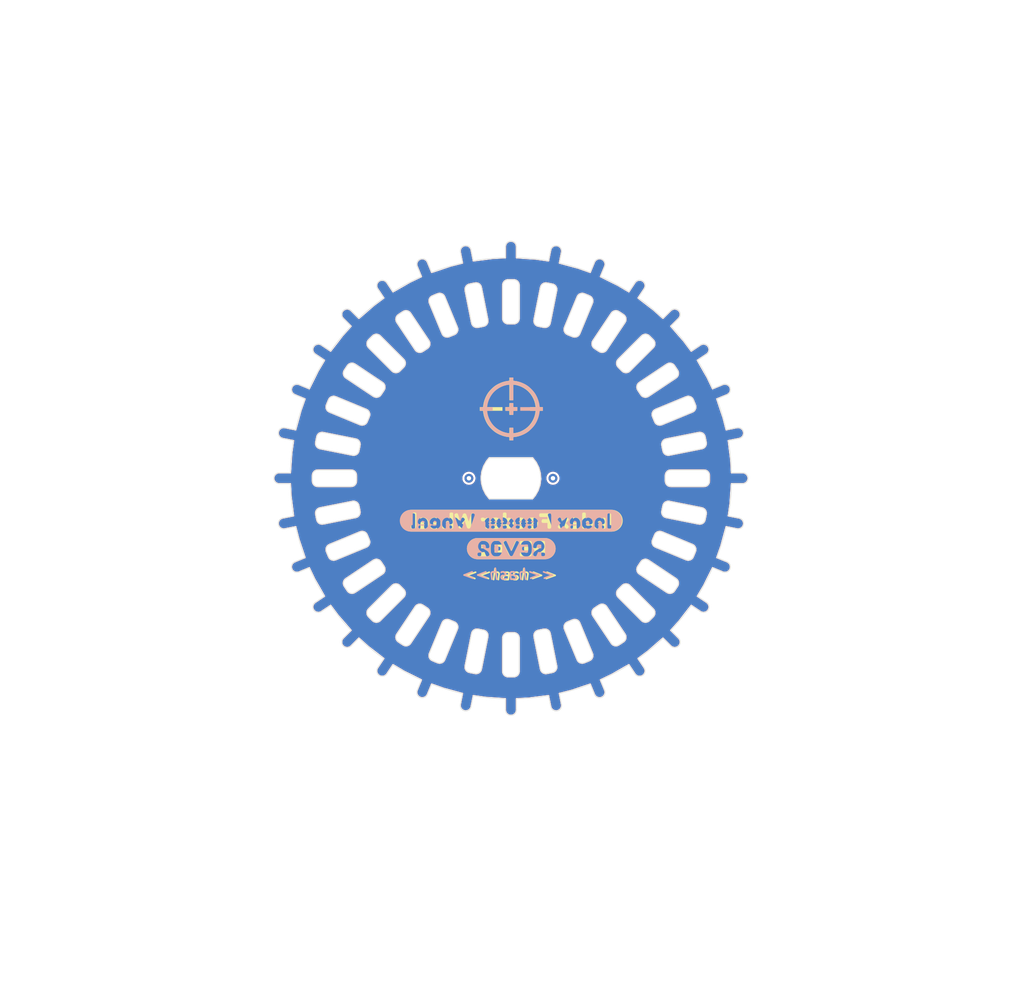
<source format=kicad_pcb>
(kicad_pcb (version 20211014) (generator pcbnew)
  (layers (0 "F.Cu" signal) (31 "B.Cu" signal) (34 "B.Paste" user) (35 "F.Paste" user) (36 "B.SilkS" user "B.Silkscreen") (37 "F.SilkS" user "F.Silkscreen") (38 "B.Mask" user) (39 "F.Mask" user) (44 "Edge.Cuts" user))
  (net 0 "")
  (footprint "index:logo" (layer "F.Cu") (at 153.112858 92.412081)
    (fp_text reference "G***" hide)
    (fp_text value "LOGO" hide)
  )
  (footprint "label" (layer "F.Cu") (at 153.152858 102.552081)
    (fp_text reference "svg2mod" hide)
    (fp_text value "G***" hide)
  )
  (footprint "label" (layer "F.Cu") (at 153.122858 105.082081)
    (fp_text reference "svg2mod" hide)
    (fp_text value "G***" hide)
  )
  (footprint "index:logo" (layer "B.Cu") (at 153.152858 92.412081 180)
    (fp_text reference "G***" hide)
    (fp_text value "LOGO" hide)
  )
  (footprint "label" (layer "B.Cu") (at 153.092858 102.552081 180)
    (fp_text reference "svg2mod" hide)
    (fp_text value "G***" hide)
  )
  (footprint "label" (layer "B.Cu") (at 153.122858 105.082081 180)
    (fp_text reference "svg2mod" hide)
    (fp_text value "G***" hide)
  )
  (gr_arc (start 150.413858 116.012081) (mid 150.201751 116.330153) (end 149.826858 116.405081) (layer "Edge.Cuts") (width 0.05))
  (gr_arc (start 170.592858 97.952081) (mid 170.946411 98.098528) (end 171.092858 98.452081) (layer "Edge.Cuts") (width 0.05))
  (gr_line (start 159.749858 81.976081) (end 160.211858 82.168081) (layer "Edge.Cuts") (width 0.05))
  (gr_line (start 143.369858 109.485081) (end 141.248858 111.607081) (layer "Edge.Cuts") (width 0.05))
  (gr_arc (start 146.850855 111.812089) (mid 147.121228 111.541342) (end 147.503858 111.541081) (layer "Edge.Cuts") (width 0.05))
  (gr_line (start 145.903858 80.039081) (end 145.518858 79.109081) (layer "Edge.Cuts") (width 0.05))
  (gr_arc (start 160.482858 114.583081) (mid 160.482599 114.965707) (end 160.211858 115.236081) (layer "Edge.Cuts") (width 0.05))
  (gr_line (start 139.312858 101.188081) (end 139.410858 101.678081) (layer "Edge.Cuts") (width 0.05))
  (gr_arc (start 170.796858 95.436081) (mid 170.721637 95.811681) (end 170.402858 96.024081) (layer "Edge.Cuts") (width 0.05))
  (gr_line (start 138.125858 107.801081) (end 140.619858 106.134081) (layer "Edge.Cuts") (width 0.05))
  (gr_arc (start 144.979867 116.982558) (mid 143.665134 116.340519) (end 142.400858 115.604081) (layer "Edge.Cuts") (width 0.05))
  (gr_arc (start 162.814864 109.485087) (mid 162.668934 109.131378) (end 162.815858 108.778081) (layer "Edge.Cuts") (width 0.05))
  (gr_line (start 136.746858 87.178081) (end 135.909858 86.619081) (layer "Edge.Cuts") (width 0.05))
  (gr_line (start 133.580858 94.311081) (end 132.593858 94.115081) (layer "Edge.Cuts") (width 0.05))
  (gr_line (start 162.884858 83.597081) (end 163.300858 83.874081) (layer "Edge.Cuts") (width 0.05))
  (gr_line (start 155.770858 116.012081) (end 155.185858 113.070081) (layer "Edge.Cuts") (width 0.05))
  (gr_arc (start 140.187858 111.254081) (mid 140.041226 110.900081) (end 140.187858 110.546081) (layer "Edge.Cuts") (width 0.05))
  (gr_line (start 172.604858 103.093081) (end 173.591858 103.289081) (layer "Edge.Cuts") (width 0.05))
  (gr_line (start 160.482858 82.821081) (end 159.334858 85.593081) (layer "Edge.Cuts") (width 0.05))
  (gr_arc (start 167.583652 84.917627) (mid 168.552624 86.013901) (end 169.438858 87.178081) (layer "Edge.Cuts") (width 0.05))
  (gr_line (start 166.201858 92.460081) (end 168.973858 91.312081) (layer "Edge.Cuts") (width 0.05))
  (gr_line (start 138.601858 84.918081) (end 137.889858 84.206081) (layer "Edge.Cuts") (width 0.05))
  (gr_line (start 172.799858 102.112081) (end 173.786858 102.309081) (layer "Edge.Cuts") (width 0.05))
  (gr_line (start 152.342858 116.202081) (end 152.342858 113.202081) (layer "Edge.Cuts") (width 0.05))
  (gr_arc (start 155.18686 113.07009) (mid 155.261077 112.694899) (end 155.578858 112.482081) (layer "Edge.Cuts") (width 0.05))
  (gr_arc (start 156.503119 118.409444) (mid 155.053234 118.606024) (end 153.592858 118.696081) (layer "Edge.Cuts") (width 0.05))
  (gr_line (start 165.565858 106.134081) (end 168.059858 107.801081) (layer "Edge.Cuts") (width 0.05))
  (gr_arc (start 138.724849 100.796083) (mid 139.10004 100.8703) (end 139.312858 101.188081) (layer "Edge.Cuts") (width 0.05))
  (gr_arc (start 143.370852 87.919075) (mid 143.516782 88.272784) (end 143.369858 88.626081) (layer "Edge.Cuts") (width 0.05))
  (gr_line (start 142.400858 115.604081) (end 141.841858 116.441081) (layer "Edge.Cuts") (width 0.05))
  (gr_line (start 164.732858 90.023081) (end 167.226858 88.356081) (layer "Edge.Cuts") (width 0.05))
  (gr_line (start 140.253858 93.113081) (end 140.062858 93.575081) (layer "Edge.Cuts") (width 0.05))
  (gr_arc (start 153.342858 112.702081) (mid 153.696411 112.848528) (end 153.842858 113.202081) (layer "Edge.Cuts") (width 0.05))
  (gr_arc (start 171.092858 98.952081) (mid 170.946411 99.305634) (end 170.592858 99.452081) (layer "Edge.Cuts") (width 0.05))
  (gr_arc (start 166.775866 93.846078) (mid 166.393236 93.845824) (end 166.122858 93.575081) (layer "Edge.Cuts") (width 0.05))
  (gr_arc (start 163.875864 88.980075) (mid 163.522155 89.126005) (end 163.168858 88.979081) (layer "Edge.Cuts") (width 0.05))
  (gr_line (start 138.592858 99.452081) (end 135.592858 99.452081) (layer "Edge.Cuts") (width 0.05))
  (gr_line (start 163.784858 81.800081) (end 164.343858 80.963081) (layer "Edge.Cuts") (width 0.05))
  (gr_arc (start 137.890858 84.207081) (mid 137.889858 83.500081) (end 138.596858 83.499081) (layer "Edge.Cuts") (width 0.05))
  (gr_arc (start 162.192858 83.735081) (mid 162.510277 83.522763) (end 162.884858 83.597081) (layer "Edge.Cuts") (width 0.05))
  (gr_line (start 153.592858 118.696081) (end 153.592858 119.702081) (layer "Edge.Cuts") (width 0.05))
  (gr_arc (start 144.413853 110.341088) (mid 144.73198 110.129057) (end 145.106858 110.204081) (layer "Edge.Cuts") (width 0.05))
  (gr_arc (start 139.40985 103.558084) (mid 139.79248 103.558338) (end 140.062858 103.829081) (layer "Edge.Cuts") (width 0.05))
  (gr_line (start 156.656858 112.777081) (end 157.242858 115.719081) (layer "Edge.Cuts") (width 0.05))
  (gr_line (start 171.372858 90.589081) (end 172.302858 90.204081) (layer "Edge.Cuts") (width 0.05))
  (gr_line (start 156.849858 116.307081) (end 156.358858 116.405081) (layer "Edge.Cuts") (width 0.05))
  (gr_line (start 162.815858 87.919081) (end 164.936858 85.797081) (layer "Edge.Cuts") (width 0.05))
  (gr_arc (start 164.343858 80.963081) (mid 165.037858 80.825081) (end 165.175858 81.519081) (layer "Edge.Cuts") (width 0.05))
  (gr_line (start 166.775858 103.558081) (end 169.547858 104.706081) (layer "Edge.Cuts") (width 0.05))
  (gr_line (start 170.402858 96.024081) (end 167.460858 96.609081) (layer "Edge.Cuts") (width 0.05))
  (gr_arc (start 140.062858 93.575081) (mid 139.792484 93.845822) (end 139.409858 93.846081) (layer "Edge.Cuts") (width 0.05))
  (gr_arc (start 152.593063 118.695684) (mid 151.132715 118.605643) (end 149.682858 118.409081) (layer "Edge.Cuts") (width 0.05))
  (gr_line (start 165.931858 104.291081) (end 166.122858 103.829081) (layer "Edge.Cuts") (width 0.05))
  (gr_line (start 167.460858 100.795081) (end 170.402858 101.380081) (layer "Edge.Cuts") (width 0.05))
  (gr_line (start 149.335858 81.097081) (end 149.826858 80.999081) (layer "Edge.Cuts") (width 0.05))
  (gr_arc (start 132.594858 103.289081) (mid 132.006858 102.897081) (end 132.398858 102.309081) (layer "Edge.Cuts") (width 0.05))
  (gr_line (start 138.724858 96.609081) (end 135.782858 96.024081) (layer "Edge.Cuts") (width 0.05))
  (gr_line (start 135.487858 102.459081) (end 135.389858 101.968081) (layer "Edge.Cuts") (width 0.05))
  (gr_line (start 164.616858 115.048081) (end 165.175858 115.885081) (layer "Edge.Cuts") (width 0.05))
  (gr_line (start 164.616858 82.356081) (end 165.175858 81.519081) (layer "Edge.Cuts") (width 0.05))
  (gr_line (start 147.965858 85.672081) (end 147.503858 85.863081) (layer "Edge.Cuts") (width 0.05))
  (gr_arc (start 150.606858 112.481081) (mid 150.925344 112.694188) (end 150.999858 113.070081) (layer "Edge.Cuts") (width 0.05))
  (gr_line (start 141.568858 82.356081) (end 141.009858 81.519081) (layer "Edge.Cuts") (width 0.05))
  (gr_arc (start 170.402858 101.381081) (mid 170.72093 101.593188) (end 170.795858 101.968081) (layer "Edge.Cuts") (width 0.05))
  (gr_line (start 138.958858 88.356081) (end 141.452858 90.023081) (layer "Edge.Cuts") (width 0.05))
  (gr_arc (start 169.818858 92.045081) (mid 169.818599 92.427707) (end 169.547858 92.698081) (layer "Edge.Cuts") (width 0.05))
  (gr_line (start 152.592858 78.708081) (end 152.592858 77.702081) (layer "Edge.Cuts") (width 0.05))
  (gr_arc (start 168.294858 113.197081) (mid 168.295858 113.904081) (end 167.588858 113.905081) (layer "Edge.Cuts") (width 0.05))
  (gr_line (start 169.438858 110.226081) (end 170.275858 110.785081) (layer "Edge.Cuts") (width 0.05))
  (gr_line (start 160.211858 115.236081) (end 159.749858 115.428081) (layer "Edge.Cuts") (width 0.05))
  (gr_arc (start 136.74672 87.178561) (mid 137.632919 86.014369) (end 138.601858 84.918081) (layer "Edge.Cuts") (width 0.05))
  (gr_arc (start 161.079858 110.204081) (mid 161.454439 110.129763) (end 161.771858 110.342081) (layer "Edge.Cuts") (width 0.05))
  (gr_line (start 139.308858 84.211081) (end 138.596858 83.499081) (layer "Edge.Cuts") (width 0.05))
  (gr_arc (start 163.169858 108.425081) (mid 163.522858 108.278864) (end 163.875858 108.425081) (layer "Edge.Cuts") (width 0.05))
  (gr_line (start 171.755858 91.513081) (end 172.685858 91.128081) (layer "Edge.Cuts") (width 0.05))
  (gr_line (start 155.185858 84.334081) (end 155.770858 81.392081) (layer "Edge.Cuts") (width 0.05))
  (gr_arc (start 147.088858 115.157081) (mid 146.818484 115.427822) (end 146.435858 115.428081) (layer "Edge.Cuts") (width 0.05))
  (gr_arc (start 149.826858 80.998081) (mid 150.202458 81.073302) (end 150.414858 81.392081) (layer "Edge.Cuts") (width 0.05))
  (gr_line (start 167.167858 95.138081) (end 170.109858 94.552081) (layer "Edge.Cuts") (width 0.05))
  (gr_arc (start 164.731865 107.381086) (mid 164.519834 107.062959) (end 164.594858 106.688081) (layer "Edge.Cuts") (width 0.05))
  (gr_line (start 163.168858 88.979081) (end 162.815858 88.626081) (layer "Edge.Cuts") (width 0.05))
  (gr_arc (start 149.682597 78.994718) (mid 151.132482 78.798138) (end 152.592858 78.708081) (layer "Edge.Cuts") (width 0.05))
  (gr_arc (start 132.092858 99.202081) (mid 131.592858 98.702081) (end 132.092858 98.202081) (layer "Edge.Cuts") (width 0.05))
  (gr_arc (start 163.784798 115.603607) (mid 162.520556 116.340042) (end 161.205858 116.982081) (layer "Edge.Cuts") (width 0.05))
  (gr_line (start 144.979858 116.982081) (end 144.594858 117.912081) (layer "Edge.Cuts") (width 0.05))
  (gr_arc (start 135.388858 101.968081) (mid 135.464079 101.592481) (end 135.782858 101.380081) (layer "Edge.Cuts") (width 0.05))
  (gr_arc (start 148.505858 78.204081) (mid 148.897858 77.616081) (end 149.485858 78.008081) (layer "Edge.Cuts") (width 0.05))
  (gr_line (start 171.372858 106.815081) (end 172.302858 107.200081) (layer "Edge.Cuts") (width 0.05))
  (gr_arc (start 166.877312 113.192875) (mid 165.781038 114.161847) (end 164.616858 115.048081) (layer "Edge.Cuts") (width 0.05))
  (gr_arc (start 133.883858 107.200081) (mid 133.229858 106.930081) (end 133.499858 106.276081) (layer "Edge.Cuts") (width 0.05))
  (gr_arc (start 166.871858 101.188081) (mid 167.084965 100.869595) (end 167.460858 100.795081) (layer "Edge.Cuts") (width 0.05))
  (gr_line (start 169.818858 105.359081) (end 169.626858 105.821081) (layer "Edge.Cuts") (width 0.05))
  (gr_arc (start 148.943858 81.685081) (mid 149.018079 81.309895) (end 149.335858 81.097081) (layer "Edge.Cuts") (width 0.05))
  (gr_line (start 159.334858 111.811081) (end 160.482858 114.583081) (layer "Edge.Cuts") (width 0.05))
  (gr_arc (start 162.815858 88.625081) (mid 162.669641 88.272081) (end 162.815858 87.919081) (layer "Edge.Cuts") (width 0.05))
  (gr_line (start 166.774858 101.678081) (end 166.872858 101.188081) (layer "Edge.Cuts") (width 0.05))
  (gr_arc (start 145.660853 86.229074) (mid 145.735591 86.604657) (end 145.522858 86.923081) (layer "Edge.Cuts") (width 0.05))
  (gr_arc (start 170.831858 109.953081) (mid 170.969858 110.647081) (end 170.275858 110.785081) (layer "Edge.Cuts") (width 0.05))
  (gr_arc (start 139.98285 92.460078) (mid 140.253597 92.730451) (end 140.253858 93.113081) (layer "Edge.Cuts") (width 0.05))
  (gr_line (start 135.389858 95.436081) (end 135.487858 94.945081) (layer "Edge.Cuts") (width 0.05))
  (gr_line (start 167.592858 97.952081) (end 170.592858 97.952081) (layer "Edge.Cuts") (width 0.05))
  (gr_line (start 134.812858 106.815081) (end 133.882858 107.200081) (layer "Edge.Cuts") (width 0.05))
  (gr_arc (start 166.122858 103.829081) (mid 166.393232 103.55834) (end 166.775858 103.558081) (layer "Edge.Cuts") (width 0.05))
  (gr_arc (start 161.205849 80.421604) (mid 162.520582 81.063643) (end 163.784858 81.800081) (layer "Edge.Cuts") (width 0.05))
  (gr_arc (start 153.342858 80.702081) (mid 153.696411 80.848528) (end 153.842858 81.202081) (layer "Edge.Cuts") (width 0.05))
  (gr_line (start 170.109858 102.852081) (end 167.167858 102.266081) (layer "Edge.Cuts") (width 0.05))
  (gr_line (start 146.850858 85.593081) (end 145.702858 82.821081) (layer "Edge.Cuts") (width 0.05))
  (gr_arc (start 135.353858 87.451081) (mid 135.215858 86.757081) (end 135.909858 86.619081) (layer "Edge.Cuts") (width 0.05))
  (gr_line (start 137.211858 91.312081) (end 139.983858 92.460081) (layer "Edge.Cuts") (width 0.05))
  (gr_arc (start 152.842858 84.702081) (mid 152.489305 84.555634) (end 152.342858 84.202081) (layer "Edge.Cuts") (width 0.05))
  (gr_arc (start 134.812381 90.58909) (mid 135.45442 89.274357) (end 136.190858 88.010081) (layer "Edge.Cuts") (width 0.05))
  (gr_arc (start 153.842858 116.202081) (mid 153.696411 116.555634) (end 153.342858 116.702081) (layer "Edge.Cuts") (width 0.05))
  (gr_arc (start 167.226858 88.356081) (mid 167.602439 88.281349) (end 167.920858 88.494081) (layer "Edge.Cuts") (width 0.05))
  (gr_line (start 139.983858 104.944081) (end 137.211858 106.092081) (layer "Edge.Cuts") (width 0.05))
  (gr_arc (start 165.644858 111.607081) (mid 165.290858 111.753713) (end 164.936858 111.607081) (layer "Edge.Cuts") (width 0.05))
  (gr_arc (start 159.749858 115.428081) (mid 159.367232 115.427822) (end 159.096858 115.157081) (layer "Edge.Cuts") (width 0.05))
  (gr_arc (start 133.099255 98.202286) (mid 133.189296 96.741938) (end 133.385858 95.292081) (layer "Edge.Cuts") (width 0.05))
  (gr_arc (start 158.219858 85.672081) (mid 157.949117 85.401707) (end 157.948858 85.019081) (layer "Edge.Cuts") (width 0.05))
  (gr_arc (start 164.616378 82.355943) (mid 165.78057 83.242142) (end 166.876858 84.211081) (layer "Edge.Cuts") (width 0.05))
  (gr_line (start 136.637858 104.706081) (end 139.409858 103.558081) (layer "Edge.Cuts") (width 0.05))
  (gr_line (start 152.842858 80.702081) (end 153.342858 80.702081) (layer "Edge.Cuts") (width 0.05))
  (gr_arc (start 137.986858 108.494081) (mid 137.912833 108.118793) (end 138.125858 107.801081) (layer "Edge.Cuts") (width 0.05))
  (gr_arc (start 155.578858 84.923081) (mid 155.260372 84.709974) (end 155.185858 84.334081) (layer "Edge.Cuts") (width 0.05))
  (gr_arc (start 172.301858 90.204081) (mid 172.955858 90.474081) (end 172.685858 91.128081) (layer "Edge.Cuts") (width 0.05))
  (gr_arc (start 167.460867 96.608079) (mid 167.085676 96.533862) (end 166.872858 96.216081) (layer "Edge.Cuts") (width 0.05))
  (gr_arc (start 153.592653 78.708478) (mid 155.053001 78.798519) (end 156.502858 78.995081) (layer "Edge.Cuts") (width 0.05))
  (gr_arc (start 156.65786 84.627072) (mid 156.444755 84.945565) (end 156.068858 85.020081) (layer "Edge.Cuts") (width 0.05))
  (gr_line (start 162.815858 108.778081) (end 163.168858 108.425081) (layer "Edge.Cuts") (width 0.05))
  (gr_arc (start 172.800221 95.29182) (mid 172.996801 96.741705) (end 173.086858 98.202081) (layer "Edge.Cuts") (width 0.05))
  (gr_arc (start 140.540858 85.797081) (mid 140.894858 85.650449) (end 141.248858 85.797081) (layer "Edge.Cuts") (width 0.05))
  (gr_arc (start 156.699858 78.009081) (mid 157.286858 77.616081) (end 157.679858 78.203081) (layer "Edge.Cuts") (width 0.05))
  (gr_arc (start 134.429744 105.891462) (mid 133.954087 104.507807) (end 133.580858 103.093081) (layer "Edge.Cuts") (width 0.05))
  (gr_arc (start 168.973858 91.312081) (mid 169.356484 91.31234) (end 169.626858 91.583081) (layer "Edge.Cuts") (width 0.05))
  (gr_line (start 168.059858 89.603081) (end 165.565858 91.270081) (layer "Edge.Cuts") (width 0.05))
  (gr_arc (start 145.518858 118.294081) (mid 144.865858 118.565081) (end 144.594858 117.912081) (layer "Edge.Cuts") (width 0.05))
  (gr_line (start 169.994858 88.010081) (end 170.831858 87.451081) (layer "Edge.Cuts") (width 0.05))
  (gr_line (start 157.483858 79.190081) (end 157.679858 78.203081) (layer "Edge.Cuts") (width 0.05))
  (gr_line (start 142.884858 83.874081) (end 143.300858 83.597081) (layer "Edge.Cuts") (width 0.05))
  (gr_line (start 171.755858 105.891081) (end 172.685858 106.276081) (layer "Edge.Cuts") (width 0.05))
  (gr_arc (start 151.126226 100.552472) (mid 150.392564 98.702349) (end 151.125858 96.852081) (layer "Edge.Cuts") (width 0.05))
  (gr_arc (start 137.211858 106.092081) (mid 136.829232 106.091822) (end 136.558858 105.821081) (layer "Edge.Cuts") (width 0.05))
  (gr_arc (start 147.965858 111.732081) (mid 148.236599 112.002455) (end 148.236858 112.385081) (layer "Edge.Cuts") (width 0.05))
  (gr_line (start 134.812858 90.589081) (end 133.882858 90.204081) (layer "Edge.Cuts") (width 0.05))
  (gr_arc (start 145.105858 87.200081) (mid 144.731277 87.274399) (end 144.413858 87.062081) (layer "Edge.Cuts") (width 0.05))
  (gr_arc (start 160.282239 117.365195) (mid 158.898584 117.840852) (end 157.483858 118.214081) (layer "Edge.Cuts") (width 0.05))
  (gr_arc (start 139.409858 101.678081) (mid 139.335637 102.053267) (end 139.017858 102.266081) (layer "Edge.Cuts") (width 0.05))
  (gr_line (start 148.942858 115.719081) (end 149.528858 112.777081) (layer "Edge.Cuts") (width 0.05))
  (gr_line (start 168.197858 108.494081) (end 167.920858 108.910081) (layer "Edge.Cuts") (width 0.05))
  (gr_line (start 133.385858 102.112081) (end 132.398858 102.309081) (layer "Edge.Cuts") (width 0.05))
  (gr_arc (start 167.167867 102.267083) (mid 166.849374 102.053978) (end 166.774858 101.678081) (layer "Edge.Cuts") (width 0.05))
  (gr_line (start 136.190858 109.394081) (end 135.353858 109.953081) (layer "Edge.Cuts") (width 0.05))
  (gr_arc (start 143.992858 113.669081) (mid 143.675439 113.881399) (end 143.300858 113.807081) (layer "Edge.Cuts") (width 0.05))
  (gr_line (start 163.875858 108.425081) (end 165.997858 110.546081) (layer "Edge.Cuts") (width 0.05))
  (gr_line (start 149.528858 84.627081) (end 148.942858 81.685081) (layer "Edge.Cuts") (width 0.05))
  (gr_line (start 163.300858 113.530081) (end 162.884858 113.807081) (layer "Edge.Cuts") (width 0.05))
  (gr_arc (start 167.592867 99.452081) (mid 167.239308 99.305638) (end 167.092858 98.952081) (layer "Edge.Cuts") (width 0.05))
  (gr_line (start 149.682858 78.995081) (end 149.485858 78.008081) (layer "Edge.Cuts") (width 0.05))
  (gr_arc (start 133.500858 91.128081) (mid 133.229858 90.475081) (end 133.882858 90.204081) (layer "Edge.Cuts") (width 0.05))
  (gr_line (start 141.568858 115.048081) (end 141.009858 115.885081) (layer "Edge.Cuts") (width 0.05))
  (gr_arc (start 164.936858 85.798081) (mid 165.290151 85.651157) (end 165.643858 85.797081) (layer "Edge.Cuts") (width 0.05))
  (gr_arc (start 138.592849 97.952081) (mid 138.946408 98.098524) (end 139.092858 98.452081) (layer "Edge.Cuts") (width 0.05))
  (gr_line (start 171.092858 98.452081) (end 171.092858 98.952081) (layer "Edge.Cuts") (width 0.05))
  (gr_line (start 158.681858 85.863081) (end 158.219858 85.672081) (layer "Edge.Cuts") (width 0.05))
  (gr_line (start 151.125858 100.552081) (end 155.059858 100.552081) (layer "Edge.Cuts") (width 0.05))
  (gr_line (start 167.092858 98.952081) (end 167.092858 98.452081) (layer "Edge.Cuts") (width 0.05))
  (gr_line (start 142.309858 88.979081) (end 140.187858 86.858081) (layer "Edge.Cuts") (width 0.05))
  (gr_arc (start 169.438996 110.225601) (mid 168.552797 111.389793) (end 167.583858 112.486081) (layer "Edge.Cuts") (width 0.05))
  (gr_line (start 145.702858 114.583081) (end 146.850858 111.811081) (layer "Edge.Cuts") (width 0.05))
  (gr_line (start 169.438858 87.178081) (end 170.275858 86.619081) (layer "Edge.Cuts") (width 0.05))
  (gr_line (start 160.662858 110.481081) (end 161.078858 110.204081) (layer "Edge.Cuts") (width 0.05))
  (gr_arc (start 152.592858 77.702081) (mid 153.092858 77.202081) (end 153.592858 77.702081) (layer "Edge.Cuts") (width 0.05))
  (gr_line (start 151.125858 96.852081) (end 155.059858 96.852081) (layer "Edge.Cuts") (width 0.05))
  (gr_arc (start 141.590858 106.689081) (mid 141.665176 107.063662) (end 141.452858 107.381081) (layer "Edge.Cuts") (width 0.05))
  (gr_arc (start 148.236855 85.019073) (mid 148.236601 85.401703) (end 147.965858 85.672081) (layer "Edge.Cuts") (width 0.05))
  (gr_arc (start 167.587858 83.500081) (mid 168.294858 83.499081) (end 168.295858 84.206081) (layer "Edge.Cuts") (width 0.05))
  (gr_line (start 169.994858 109.394081) (end 170.831858 109.953081) (layer "Edge.Cuts") (width 0.05))
  (gr_arc (start 152.842858 116.702081) (mid 152.489305 116.555634) (end 152.342858 116.202081) (layer "Edge.Cuts") (width 0.05))
  (gr_line (start 141.313858 106.272081) (end 141.590858 106.688081) (layer "Edge.Cuts") (width 0.05))
  (gr_arc (start 166.775858 95.726081) (mid 166.850079 95.350895) (end 167.167858 95.138081) (layer "Edge.Cuts") (width 0.05))
  (gr_line (start 153.842858 113.202081) (end 153.842858 116.202081) (layer "Edge.Cuts") (width 0.05))
  (gr_line (start 140.187858 86.151081) (end 140.541858 85.797081) (layer "Edge.Cuts") (width 0.05))
  (gr_line (start 140.541858 111.607081) (end 140.187858 111.253081) (layer "Edge.Cuts") (width 0.05))
  (gr_arc (start 157.483498 79.190249) (mid 158.898213 79.563451) (end 160.281858 80.039081) (layer "Edge.Cuts") (width 0.05))
  (gr_line (start 143.369858 88.626081) (end 143.016858 88.979081) (layer "Edge.Cuts") (width 0.05))
  (gr_arc (start 150.116858 85.019081) (mid 149.741672 84.94486) (end 149.528858 84.627081) (layer "Edge.Cuts") (width 0.05))
  (gr_arc (start 141.569338 115.048219) (mid 140.405146 114.16202) (end 139.308858 113.193081) (layer "Edge.Cuts") (width 0.05))
  (gr_arc (start 140.619851 106.134086) (mid 140.995434 106.059348) (end 141.313858 106.272081) (layer "Edge.Cuts") (width 0.05))
  (gr_line (start 170.795858 101.968081) (end 170.697858 102.459081) (layer "Edge.Cuts") (width 0.05))
  (gr_line (start 143.300858 113.807081) (end 142.884858 113.530081) (layer "Edge.Cuts") (width 0.05))
  (gr_arc (start 152.342858 81.202081) (mid 152.489305 80.848528) (end 152.842858 80.702081) (layer "Edge.Cuts") (width 0.05))
  (gr_line (start 173.086858 98.202081) (end 174.092858 98.202081) (layer "Edge.Cuts") (width 0.05))
  (gr_line (start 145.973858 82.168081) (end 146.435858 81.976081) (layer "Edge.Cuts") (width 0.05))
  (gr_arc (start 138.602064 112.486535) (mid 137.633092 111.390261) (end 136.746858 110.226081) (layer "Edge.Cuts") (width 0.05))
  (gr_line (start 160.281858 117.365081) (end 160.666858 118.295081) (layer "Edge.Cuts") (width 0.05))
  (gr_line (start 162.191858 113.669081) (end 160.524858 111.175081) (layer "Edge.Cuts") (width 0.05))
  (gr_arc (start 165.996858 110.546081) (mid 166.143782 110.899374) (end 165.997858 111.253081) (layer "Edge.Cuts") (width 0.05))
  (gr_line (start 161.205858 80.422081) (end 161.590858 79.492081) (layer "Edge.Cuts") (width 0.05))
  (gr_arc (start 136.637858 92.698081) (mid 136.367117 92.427707) (end 136.366858 92.045081) (layer "Edge.Cuts") (width 0.05))
  (gr_arc (start 141.248858 111.606081) (mid 140.895565 111.753005) (end 140.541858 111.607081) (layer "Edge.Cuts") (width 0.05))
  (gr_arc (start 160.524863 111.175088) (mid 160.450125 110.799505) (end 160.662858 110.481081) (layer "Edge.Cuts") (width 0.05))
  (gr_arc (start 136.558858 91.583081) (mid 136.829232 91.31234) (end 137.211858 91.312081) (layer "Edge.Cuts") (width 0.05))
  (gr_arc (start 165.175858 115.885081) (mid 165.037858 116.579081) (end 164.343858 116.441081) (layer "Edge.Cuts") (width 0.05))
  (gr_line (start 165.997858 111.253081) (end 165.643858 111.607081) (layer "Edge.Cuts") (width 0.05))
  (gr_line (start 139.308858 113.193081) (end 138.596858 113.905081) (layer "Edge.Cuts") (width 0.05))
  (gr_line (start 138.601858 112.486081) (end 137.889858 113.198081) (layer "Edge.Cuts") (width 0.05))
  (gr_arc (start 164.871858 106.272081) (mid 165.190277 106.059349) (end 165.565858 106.134081) (layer "Edge.Cuts") (width 0.05))
  (gr_line (start 136.746858 110.226081) (end 135.909858 110.785081) (layer "Edge.Cuts") (width 0.05))
  (gr_arc (start 153.592858 119.702081) (mid 153.092858 120.202081) (end 152.592858 119.702081) (layer "Edge.Cuts") (width 0.05))
  (gr_arc (start 152.342858 113.20209) (mid 152.489301 112.848531) (end 152.842858 112.702081) (layer "Edge.Cuts") (width 0.05))
  (gr_arc (start 160.662858 86.923081) (mid 160.450126 86.604662) (end 160.524858 86.229081) (layer "Edge.Cuts") (width 0.05))
  (gr_line (start 157.483858 118.214081) (end 157.679858 119.201081) (layer "Edge.Cuts") (width 0.05))
  (gr_arc (start 161.771863 87.063074) (mid 161.453736 87.275105) (end 161.078858 87.200081) (layer "Edge.Cuts") (width 0.05))
  (gr_arc (start 135.592858 99.452081) (mid 135.239305 99.305634) (end 135.092858 98.952081) (layer "Edge.Cuts") (width 0.05))
  (gr_line (start 170.697858 94.945081) (end 170.795858 95.436081) (layer "Edge.Cuts") (width 0.05))
  (gr_line (start 136.190858 88.010081) (end 135.353858 87.451081) (layer "Edge.Cuts") (width 0.05))
  (gr_line (start 167.226858 109.048081) (end 164.732858 107.381081) (layer "Edge.Cuts") (width 0.05))
  (gr_line (start 156.502858 78.995081) (end 156.699858 78.008081) (layer "Edge.Cuts") (width 0.05))
  (gr_line (start 169.547858 92.698081) (end 166.775858 93.846081) (layer "Edge.Cuts") (width 0.05))
  (gr_line (start 136.558858 105.821081) (end 136.366858 105.359081) (layer "Edge.Cuts") (width 0.05))
  (gr_line (start 150.414858 81.392081) (end 150.999858 84.334081) (layer "Edge.Cuts") (width 0.05))
  (gr_line (start 133.098858 99.202081) (end 132.092858 99.202081) (layer "Edge.Cuts") (width 0.05))
  (gr_line (start 143.016858 108.425081) (end 143.369858 108.778081) (layer "Edge.Cuts") (width 0.05))
  (gr_line (start 139.410858 95.726081) (end 139.312858 96.216081) (layer "Edge.Cuts") (width 0.05))
  (gr_arc (start 170.698858 102.459081) (mid 170.485751 102.777567) (end 170.109858 102.852081) (layer "Edge.Cuts") (width 0.05))
  (gr_arc (start 136.075858 102.851081) (mid 135.700672 102.77686) (end 135.487858 102.459081) (layer "Edge.Cuts") (width 0.05))
  (gr_line (start 166.876858 113.193081) (end 167.588858 113.905081) (layer "Edge.Cuts") (width 0.05))
  (gr_arc (start 164.594858 90.715081) (mid 164.52054 90.3405) (end 164.732858 90.023081) (layer "Edge.Cuts") (width 0.05))
  (gr_line (start 144.979858 80.422081) (end 144.594858 79.492081) (layer "Edge.Cuts") (width 0.05))
  (gr_line (start 147.503858 111.541081) (end 147.965858 111.732081) (layer "Edge.Cuts") (width 0.05))
  (gr_line (start 136.366858 92.045081) (end 136.558858 91.583081) (layer "Edge.Cuts") (width 0.05))
  (gr_line (start 141.452858 107.381081) (end 138.958858 109.048081) (layer "Edge.Cuts") (width 0.05))
  (gr_arc (start 162.884858 113.808081) (mid 162.50957 113.882106) (end 162.191858 113.669081) (layer "Edge.Cuts") (width 0.05))
  (gr_line (start 167.583858 112.486081) (end 168.295858 113.198081) (layer "Edge.Cuts") (width 0.05))
  (gr_line (start 168.973858 106.092081) (end 166.201858 104.944081) (layer "Edge.Cuts") (width 0.05))
  (gr_line (start 155.578858 112.482081) (end 156.068858 112.384081) (layer "Edge.Cuts") (width 0.05))
  (gr_arc (start 157.948861 112.385089) (mid 157.949115 112.002459) (end 158.219858 111.732081) (layer "Edge.Cuts") (width 0.05))
  (gr_arc (start 145.702858 82.821081) (mid 145.703117 82.438455) (end 145.973858 82.168081) (layer "Edge.Cuts") (width 0.05))
  (gr_line (start 140.187858 110.546081) (end 142.309858 108.425081) (layer "Edge.Cuts") (width 0.05))
  (gr_arc (start 169.994384 88.010141) (mid 170.730819 89.274383) (end 171.372858 90.589081) (layer "Edge.Cuts") (width 0.05))
  (gr_arc (start 133.385495 102.112342) (mid 133.188915 100.662457) (end 133.098858 99.202081) (layer "Edge.Cuts") (width 0.05))
  (gr_arc (start 169.626858 105.821081) (mid 169.356484 106.091822) (end 168.973858 106.092081) (layer "Edge.Cuts") (width 0.05))
  (gr_arc (start 146.435858 81.976081) (mid 146.818484 81.97634) (end 147.088858 82.247081) (layer "Edge.Cuts") (width 0.05))
  (gr_arc (start 135.909858 110.785081) (mid 135.215858 110.647081) (end 135.353858 109.953081) (layer "Edge.Cuts") (width 0.05))
  (gr_line (start 166.872858 96.216081) (end 166.774858 95.726081) (layer "Edge.Cuts") (width 0.05))
  (gr_line (start 134.429858 91.513081) (end 133.499858 91.128081) (layer "Edge.Cuts") (width 0.05))
  (gr_line (start 149.826858 116.405081) (end 149.335858 116.307081) (layer "Edge.Cuts") (width 0.05))
  (gr_arc (start 149.485858 119.395081) (mid 148.898858 119.788081) (end 148.505858 119.201081) (layer "Edge.Cuts") (width 0.05))
  (gr_line (start 161.771858 110.342081) (end 163.438858 112.836081) (layer "Edge.Cuts") (width 0.05))
  (gr_arc (start 165.565865 91.270076) (mid 165.190282 91.344814) (end 164.871858 91.132081) (layer "Edge.Cuts") (width 0.05))
  (gr_arc (start 160.666858 79.110081) (mid 161.319858 78.839081) (end 161.590858 79.492081) (layer "Edge.Cuts") (width 0.05))
  (gr_arc (start 147.504858 85.863081) (mid 147.121939 85.863529) (end 146.850858 85.593081) (layer "Edge.Cuts") (width 0.05))
  (gr_arc (start 173.086461 99.201876) (mid 172.99642 100.662224) (end 172.799858 102.112081) (layer "Edge.Cuts") (width 0.05))
  (gr_arc (start 149.335858 116.308081) (mid 149.017372 116.094974) (end 148.942858 115.719081) (layer "Edge.Cuts") (width 0.05))
  (gr_line (start 135.592858 97.952081) (end 138.592858 97.952081) (layer "Edge.Cuts") (width 0.05))
  (gr_arc (start 168.198858 88.910081) (mid 168.272883 89.285369) (end 168.059858 89.603081) (layer "Edge.Cuts") (width 0.05))
  (gr_line (start 165.643858 85.797081) (end 165.997858 86.151081) (layer "Edge.Cuts") (width 0.05))
  (gr_line (start 172.799858 95.292081) (end 173.786858 95.095081) (layer "Edge.Cuts") (width 0.05))
  (gr_arc (start 132.399858 95.095081) (mid 132.006858 94.508081) (end 132.593858 94.115081) (layer "Edge.Cuts") (width 0.05))
  (gr_line (start 136.075858 94.552081) (end 139.017858 95.138081) (layer "Edge.Cuts") (width 0.05))
  (gr_arc (start 174.092858 98.202081) (mid 174.592858 98.702081) (end 174.092858 99.202081) (layer "Edge.Cuts") (width 0.05))
  (gr_line (start 158.219858 111.732081) (end 158.681858 111.541081) (layer "Edge.Cuts") (width 0.05))
  (gr_line (start 135.782858 101.380081) (end 138.724858 100.795081) (layer "Edge.Cuts") (width 0.05))
  (gr_line (start 157.242858 81.685081) (end 156.656858 84.627081) (layer "Edge.Cuts") (width 0.05))
  (gr_line (start 139.409858 93.846081) (end 136.637858 92.698081) (layer "Edge.Cuts") (width 0.05))
  (gr_arc (start 136.366858 105.359081) (mid 136.367117 104.976455) (end 136.637858 104.706081) (layer "Edge.Cuts") (width 0.05))
  (gr_arc (start 156.849858 81.096081) (mid 157.168344 81.309188) (end 157.242858 81.685081) (layer "Edge.Cuts") (width 0.05))
  (gr_line (start 161.205858 116.982081) (end 161.590858 117.912081) (layer "Edge.Cuts") (width 0.05))
  (gr_arc (start 165.997858 86.150081) (mid 166.14449 86.504081) (end 165.997858 86.858081) (layer "Edge.Cuts") (width 0.05))
  (gr_line (start 165.997858 86.858081) (end 163.875858 88.979081) (layer "Edge.Cuts") (width 0.05))
  (gr_arc (start 138.597858 113.904081) (mid 137.890858 113.905081) (end 137.889858 113.198081) (layer "Edge.Cuts") (width 0.05))
  (gr_arc (start 161.590858 117.911081) (mid 161.320858 118.565081) (end 160.666858 118.295081) (layer "Edge.Cuts") (width 0.05))
  (gr_arc (start 142.400918 81.800555) (mid 143.66516 81.06412) (end 144.979858 80.422081) (layer "Edge.Cuts") (width 0.05))
  (gr_arc (start 159.096858 82.247081) (mid 159.367232 81.97634) (end 159.749858 81.976081) (layer "Edge.Cuts") (width 0.05))
  (gr_line (start 159.096858 115.157081) (end 157.948858 112.385081) (layer "Edge.Cuts") (width 0.05))
  (gr_arc (start 141.009858 81.519081) (mid 141.147858 80.825081) (end 141.841858 80.963081) (layer "Edge.Cuts") (width 0.05))
  (gr_arc (start 142.309852 108.424087) (mid 142.663561 108.278157) (end 143.016858 108.425081) (layer "Edge.Cuts") (width 0.05))
  (gr_line (start 156.068858 85.020081) (end 155.578858 84.922081) (layer "Edge.Cuts") (width 0.05))
  (gr_line (start 137.987858 88.910081) (end 138.264858 88.494081) (layer "Edge.Cuts") (width 0.05))
  (gr_line (start 145.522858 86.923081) (end 145.106858 87.200081) (layer "Edge.Cuts") (width 0.05))
  (gr_arc (start 148.702218 118.213913) (mid 147.287503 117.840711) (end 145.903858 117.365081) (layer "Edge.Cuts") (width 0.05))
  (gr_arc (start 173.785858 102.309081) (mid 174.178858 102.896081) (end 173.591858 103.289081) (layer "Edge.Cuts") (width 0.05))
  (gr_arc (start 155.05949 96.85169) (mid 155.793152 98.701813) (end 155.059858 100.552081) (layer "Edge.Cuts") (width 0.05))
  (gr_line (start 160.524858 86.229081) (end 162.191858 83.735081) (layer "Edge.Cuts") (width 0.05))
  (gr_line (start 145.660858 111.175081) (end 143.993858 113.669081) (layer "Edge.Cuts") (width 0.05))
  (gr_arc (start 170.109858 94.553081) (mid 170.485044 94.627302) (end 170.697858 94.945081) (layer "Edge.Cuts") (width 0.05))
  (gr_line (start 153.592858 78.708081) (end 153.592858 77.702081) (layer "Edge.Cuts") (width 0.05))
  (gr_arc (start 167.920858 108.910081) (mid 167.602439 109.122813) (end 167.226858 109.048081) (layer "Edge.Cuts") (width 0.05))
  (gr_arc (start 163.300858 83.874081) (mid 163.51359 84.1925) (end 163.438858 84.568081) (layer "Edge.Cuts") (width 0.05))
  (gr_line (start 169.626858 91.583081) (end 169.818858 92.045081) (layer "Edge.Cuts") (width 0.05))
  (gr_line (start 145.106858 110.204081) (end 145.522858 110.481081) (layer "Edge.Cuts") (width 0.05))
  (gr_line (start 148.236858 112.385081) (end 147.088858 115.157081) (layer "Edge.Cuts") (width 0.05))
  (gr_arc (start 135.092858 98.452081) (mid 135.239305 98.098528) (end 135.592858 97.952081) (layer "Edge.Cuts") (width 0.05))
  (gr_arc (start 141.313858 91.132081) (mid 140.995439 91.344813) (end 140.619858 91.270081) (layer "Edge.Cuts") (width 0.05))
  (gr_arc (start 143.300858 83.596081) (mid 143.676146 83.522056) (end 143.993858 83.735081) (layer "Edge.Cuts") (width 0.05))
  (gr_line (start 166.876858 84.211081) (end 167.588858 83.499081) (layer "Edge.Cuts") (width 0.05))
  (gr_line (start 146.435858 115.428081) (end 145.973858 115.236081) (layer "Edge.Cuts") (width 0.05))
  (gr_arc (start 166.202866 104.944084) (mid 165.932119 104.673711) (end 165.931858 104.291081) (layer "Edge.Cuts") (width 0.05))
  (gr_line (start 164.594858 106.688081) (end 164.871858 106.272081) (layer "Edge.Cuts") (width 0.05))
  (gr_arc (start 149.527856 112.77709) (mid 149.740961 112.458597) (end 150.116858 112.384081) (layer "Edge.Cuts") (width 0.05))
  (gr_line (start 152.342858 84.202081) (end 152.342858 81.202081) (layer "Edge.Cuts") (width 0.05))
  (gr_arc (start 169.547858 104.706081) (mid 169.818599 104.976455) (end 169.818858 105.359081) (layer "Edge.Cuts") (width 0.05))
  (gr_line (start 149.682858 118.409081) (end 149.485858 119.396081) (layer "Edge.Cuts") (width 0.05))
  (gr_arc (start 145.973858 115.236081) (mid 145.703117 114.965707) (end 145.702858 114.583081) (layer "Edge.Cuts") (width 0.05))
  (gr_line (start 156.358858 80.999081) (end 156.849858 81.097081) (layer "Edge.Cuts") (width 0.05))
  (gr_arc (start 136.191332 109.394021) (mid 135.454897 108.129779) (end 134.812858 106.815081) (layer "Edge.Cuts") (width 0.05))
  (gr_line (start 147.088858 82.247081) (end 148.236858 85.019081) (layer "Edge.Cuts") (width 0.05))
  (gr_arc (start 167.092858 98.452081) (mid 167.239305 98.098528) (end 167.592858 97.952081) (layer "Edge.Cuts") (width 0.05))
  (gr_arc (start 135.782858 96.023081) (mid 135.464786 95.810974) (end 135.389858 95.436081) (layer "Edge.Cuts") (width 0.05))
  (gr_arc (start 139.308404 84.211287) (mid 140.404678 83.242315) (end 141.568858 82.356081) (layer "Edge.Cuts") (width 0.05))
  (gr_line (start 135.092858 98.952081) (end 135.092858 98.452081) (layer "Edge.Cuts") (width 0.05))
  (gr_arc (start 157.241858 115.719081) (mid 157.167637 116.094267) (end 156.849858 116.307081) (layer "Edge.Cuts") (width 0.05))
  (gr_arc (start 141.453851 90.023076) (mid 141.665882 90.341203) (end 141.590858 90.716081) (layer "Edge.Cuts") (width 0.05))
  (gr_line (start 140.062858 103.829081) (end 140.253858 104.291081) (layer "Edge.Cuts") (width 0.05))
  (gr_line (start 145.903858 117.365081) (end 145.518858 118.295081) (layer "Edge.Cuts") (width 0.05))
  (gr_line (start 157.948858 85.019081) (end 159.096858 82.247081) (layer "Edge.Cuts") (width 0.05))
  (gr_line (start 160.281858 80.039081) (end 160.666858 79.109081) (layer "Edge.Cuts") (width 0.05))
  (gr_line (start 170.592858 99.452081) (end 167.592858 99.452081) (layer "Edge.Cuts") (width 0.05))
  (gr_arc (start 141.841858 116.441081) (mid 141.147858 116.579081) (end 141.009858 115.885081) (layer "Edge.Cuts") (width 0.05))
  (gr_arc (start 138.264858 88.494081) (mid 138.583277 88.281349) (end 138.958858 88.356081) (layer "Edge.Cuts") (width 0.05))
  (gr_arc (start 135.486858 94.945081) (mid 135.699965 94.626595) (end 136.075858 94.552081) (layer "Edge.Cuts") (width 0.05))
  (gr_line (start 133.385858 95.292081) (end 132.398858 95.095081) (layer "Edge.Cuts") (width 0.05))
  (gr_arc (start 143.369858 108.779081) (mid 143.516075 109.132081) (end 143.369858 109.485081) (layer "Edge.Cuts") (width 0.05))
  (gr_arc (start 170.275858 86.619081) (mid 170.969858 86.757081) (end 170.831858 87.451081) (layer "Edge.Cuts") (width 0.05))
  (gr_line (start 164.936858 111.607081) (end 162.815858 109.485081) (layer "Edge.Cuts") (width 0.05))
  (gr_line (start 150.606858 84.922081) (end 150.116858 85.020081) (layer "Edge.Cuts") (width 0.05))
  (gr_line (start 172.604858 94.311081) (end 173.591858 94.115081) (layer "Edge.Cuts") (width 0.05))
  (gr_arc (start 156.068858 112.385081) (mid 156.444044 112.459302) (end 156.656858 112.777081) (layer "Edge.Cuts") (width 0.05))
  (gr_line (start 167.920858 88.494081) (end 168.197858 88.910081) (layer "Edge.Cuts") (width 0.05))
  (gr_line (start 148.701858 79.190081) (end 148.505858 78.203081) (layer "Edge.Cuts") (width 0.05))
  (gr_line (start 133.098858 98.202081) (end 132.092858 98.202081) (layer "Edge.Cuts") (width 0.05))
  (gr_arc (start 159.334861 85.592073) (mid 159.064488 85.86282) (end 158.681858 85.863081) (layer "Edge.Cuts") (width 0.05))
  (gr_arc (start 160.211858 82.168081) (mid 160.482599 82.438455) (end 160.482858 82.821081) (layer "Edge.Cuts") (width 0.05))
  (gr_line (start 139.017858 102.266081) (end 136.075858 102.852081) (layer "Edge.Cuts") (width 0.05))
  (gr_arc (start 138.958858 109.048081) (mid 138.583277 109.122813) (end 138.264858 108.910081) (layer "Edge.Cuts") (width 0.05))
  (gr_arc (start 168.059858 107.802081) (mid 168.272176 108.1195) (end 168.197858 108.494081) (layer "Edge.Cuts") (width 0.05))
  (gr_arc (start 139.313858 96.216081) (mid 139.100751 96.534567) (end 138.724858 96.609081) (layer "Edge.Cuts") (width 0.05))
  (gr_arc (start 158.680858 111.541081) (mid 159.063777 111.540633) (end 159.334858 111.811081) (layer "Edge.Cuts") (width 0.05))
  (gr_line (start 163.784858 115.604081) (end 164.343858 116.441081) (layer "Edge.Cuts") (width 0.05))
  (gr_line (start 141.590858 90.716081) (end 141.313858 91.132081) (layer "Edge.Cuts") (width 0.05))
  (gr_arc (start 150.998856 84.334072) (mid 150.924639 84.709263) (end 150.606858 84.922081) (layer "Edge.Cuts") (width 0.05))
  (gr_line (start 156.502858 118.409081) (end 156.699858 119.396081) (layer "Edge.Cuts") (width 0.05))
  (gr_arc (start 142.746858 84.568081) (mid 142.672126 84.1925) (end 142.884858 83.874081) (layer "Edge.Cuts") (width 0.05))
  (gr_arc (start 171.373335 106.815072) (mid 170.731296 108.129805) (end 169.994858 109.394081) (layer "Edge.Cuts") (width 0.05))
  (gr_arc (start 142.884858 113.530081) (mid 142.672126 113.211662) (end 142.746858 112.836081) (layer "Edge.Cuts") (width 0.05))
  (gr_line (start 161.078858 87.200081) (end 160.662858 86.923081) (layer "Edge.Cuts") (width 0.05))
  (gr_arc (start 165.931858 93.114081) (mid 165.93141 92.731162) (end 166.201858 92.460081) (layer "Edge.Cuts") (width 0.05))
  (gr_line (start 138.264858 108.910081) (end 137.987858 108.494081) (layer "Edge.Cuts") (width 0.05))
  (gr_line (start 139.092858 98.452081) (end 139.092858 98.952081) (layer "Edge.Cuts") (width 0.05))
  (gr_line (start 140.619858 91.270081) (end 138.125858 89.603081) (layer "Edge.Cuts") (width 0.05))
  (gr_arc (start 140.188858 86.858081) (mid 140.041934 86.504788) (end 140.187858 86.151081) (layer "Edge.Cuts") (width 0.05))
  (gr_arc (start 172.60469 103.092721) (mid 172.231488 104.507436) (end 171.755858 105.891081) (layer "Edge.Cuts") (width 0.05))
  (gr_arc (start 157.679858 119.200081) (mid 157.287858 119.788081) (end 156.699858 119.396081) (layer "Edge.Cuts") (width 0.05))
  (gr_arc (start 139.017849 95.137079) (mid 139.336342 95.350184) (end 139.410858 95.726081) (layer "Edge.Cuts") (width 0.05))
  (gr_arc (start 133.581026 94.311441) (mid 133.954228 92.896726) (end 134.429858 91.513081) (layer "Edge.Cuts") (width 0.05))
  (gr_line (start 148.701858 118.214081) (end 148.505858 119.201081) (layer "Edge.Cuts") (width 0.05))
  (gr_line (start 167.583858 84.918081) (end 168.295858 84.206081) (layer "Edge.Cuts") (width 0.05))
  (gr_arc (start 144.594858 79.493081) (mid 144.864858 78.839081) (end 145.518858 79.109081) (layer "Edge.Cuts") (width 0.05))
  (gr_line (start 142.746858 112.836081) (end 144.413858 110.342081) (layer "Edge.Cuts") (width 0.05))
  (gr_line (start 153.342858 84.702081) (end 152.842858 84.702081) (layer "Edge.Cuts") (width 0.05))
  (gr_line (start 152.592858 118.696081) (end 152.592858 119.702081) (layer "Edge.Cuts") (width 0.05))
  (gr_arc (start 173.590858 94.115081) (mid 174.178858 94.507081) (end 173.786858 95.095081) (layer "Edge.Cuts") (width 0.05))
  (gr_arc (start 143.015858 88.979081) (mid 142.662858 89.125298) (end 142.309858 88.979081) (layer "Edge.Cuts") (width 0.05))
  (gr_arc (start 163.438858 112.836081) (mid 163.51359 113.211662) (end 163.300858 113.530081) (layer "Edge.Cuts") (width 0.05))
  (gr_line (start 164.871858 91.132081) (end 164.594858 90.716081) (layer "Edge.Cuts") (width 0.05))
  (gr_arc (start 138.125858 89.602081) (mid 137.91354 89.284662) (end 137.987858 88.910081) (layer "Edge.Cuts") (width 0.05))
  (gr_line (start 144.413858 87.062081) (end 142.746858 84.568081) (layer "Edge.Cuts") (width 0.05))
  (gr_line (start 153.842858 81.202081) (end 153.842858 84.202081) (layer "Edge.Cuts") (width 0.05))
  (gr_arc (start 140.253858 104.290081) (mid 140.254306 104.673) (end 139.983858 104.944081) (layer "Edge.Cuts") (width 0.05))
  (gr_arc (start 171.755972 91.5127) (mid 172.231629 92.896355) (end 172.604858 94.311081) (layer "Edge.Cuts") (width 0.05))
  (gr_line (start 150.116858 112.384081) (end 150.606858 112.482081) (layer "Edge.Cuts") (width 0.05))
  (gr_line (start 133.580858 103.093081) (end 132.593858 103.289081) (layer "Edge.Cuts") (width 0.05))
  (gr_arc (start 145.903477 80.038967) (mid 147.287132 79.56331) (end 148.701858 79.190081) (layer "Edge.Cuts") (width 0.05))
  (gr_arc (start 153.842858 84.202072) (mid 153.696415 84.555631) (end 153.342858 84.702081) (layer "Edge.Cuts") (width 0.05))
  (gr_arc (start 155.771858 81.392081) (mid 155.983965 81.074009) (end 156.358858 80.999081) (layer "Edge.Cuts") (width 0.05))
  (gr_line (start 143.993858 83.735081) (end 145.660858 86.229081) (layer "Edge.Cuts") (width 0.05))
  (gr_line (start 173.086858 99.202081) (end 174.092858 99.202081) (layer "Edge.Cuts") (width 0.05))
  (gr_line (start 150.999858 113.070081) (end 150.414858 116.012081) (layer "Edge.Cuts") (width 0.05))
  (gr_line (start 163.438858 84.568081) (end 161.771858 87.062081) (layer "Edge.Cuts") (width 0.05))
  (gr_arc (start 145.522858 110.481081) (mid 145.73559 110.7995) (end 145.660858 111.175081) (layer "Edge.Cuts") (width 0.05))
  (gr_line (start 142.400858 81.800081) (end 141.841858 80.963081) (layer "Edge.Cuts") (width 0.05))
  (gr_line (start 134.429858 105.891081) (end 133.499858 106.276081) (layer "Edge.Cuts") (width 0.05))
  (gr_line (start 141.248858 85.797081) (end 143.369858 87.919081) (layer "Edge.Cuts") (width 0.05))
  (gr_line (start 152.842858 112.702081) (end 153.342858 112.702081) (layer "Edge.Cuts") (width 0.05))
  (gr_line (start 166.122858 93.575081) (end 165.931858 93.113081) (layer "Edge.Cuts") (width 0.05))
  (gr_line (start 153.342858 116.702081) (end 152.842858 116.702081) (layer "Edge.Cuts") (width 0.05))
  (gr_arc (start 156.358858 116.406081) (mid 155.983258 116.33086) (end 155.770858 116.012081) (layer "Edge.Cuts") (width 0.05))
  (gr_arc (start 172.684858 106.276081) (mid 172.955858 106.929081) (end 172.302858 107.200081) (layer "Edge.Cuts") (width 0.05))
  (gr_arc (start 139.092858 98.952081) (mid 138.946411 99.305634) (end 138.592858 99.452081) (layer "Edge.Cuts") (width 0.05))
  (gr_text "<<hash>>" (at 152.892858 107.402081) (layer "B.SilkS") (effects (font (size 1 1) (thickness 0.15) italic) (justify mirror)))
  (gr_text "<<hash>>" (at 153.052858 107.432081) (layer "F.SilkS") (effects (font (size 1 1) (thickness 0.15) italic)))
  (via (at 149.282858 98.702081) (size 0.8) (drill 0.4) (layers "F.Cu" "B.Cu") (net 0))
  (via (at 156.902858 98.702081) (size 0.8) (drill 0.4) (layers "F.Cu" "B.Cu") (net 0))
  (zone (net 0) (net_name "") (layer "F.Cu") (connect_pads (clearance 0.05)) (min_thickness 0.254) (fill yes (thermal_gap 0.508) (thermal_bridge_width 0.508))
    (polygon (pts (xy 195.543858 64.125081) (xy 197.702858 144.770081) (xy 106.770858 142.611081) (xy 109.437858 57.140081)))
  )
  (zone (net 0) (net_name "") (layer "B.Cu") (connect_pads (clearance 0.05)) (min_thickness 0.254) (fill yes (thermal_gap 0.508) (thermal_bridge_width 0.508))
    (polygon (pts (xy 197.453346 62.327924) (xy 199.612346 142.972924) (xy 108.680346 140.813924) (xy 111.347346 55.342924)))
  )
)
</source>
